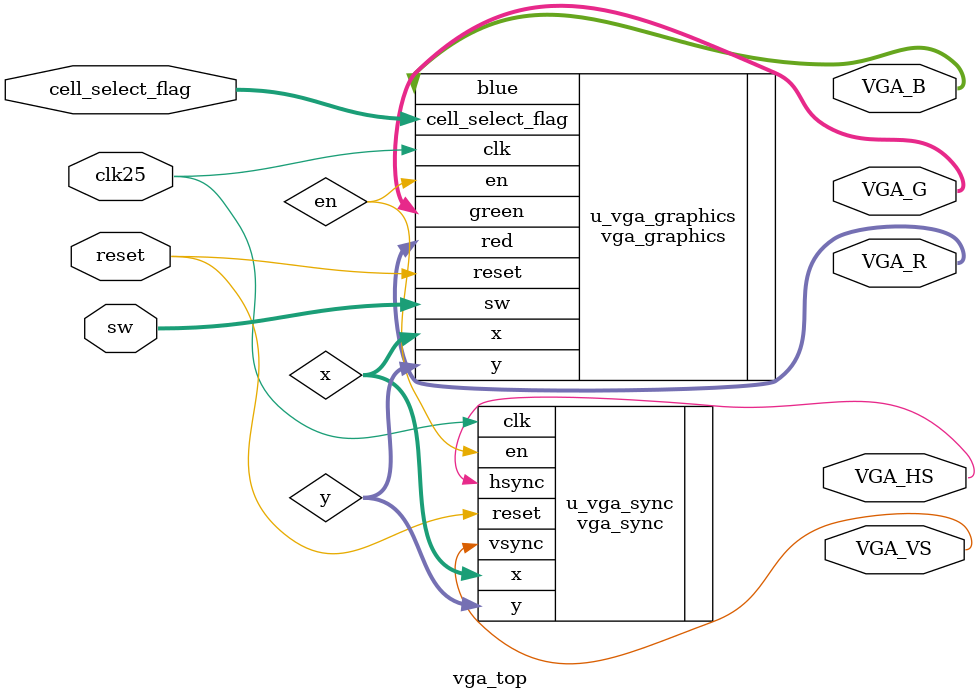
<source format=v>
module vga_top (
    input  wire       clk25,
    input  wire       reset,
    input  wire [17:0] sw,
    input  wire [8:0] cell_select_flag,
    output wire       VGA_HS,
    output wire       VGA_VS,
    output wire [3:0] VGA_R,
    output wire [3:0] VGA_G,
    output wire [3:0] VGA_B
);

    // Internal signals
    wire [9:0] x, y;
    wire en;
    
    // VGA sync generator
    vga_sync u_vga_sync (
        .clk(clk25),
        .reset(reset),
        .x(x),
        .y(y),
        .hsync(VGA_HS),
        .vsync(VGA_VS),
        .en(en)
    );
    
    // VGA graphics generator
    vga_graphics u_vga_graphics (
        .clk(clk25),
        .reset(reset),
        .x(x),
        .y(y),
        .en(en),
        .sw(sw),
        .cell_select_flag(cell_select_flag),
        .red(VGA_R),
        .green(VGA_G),
        .blue(VGA_B)
    );

endmodule
</source>
